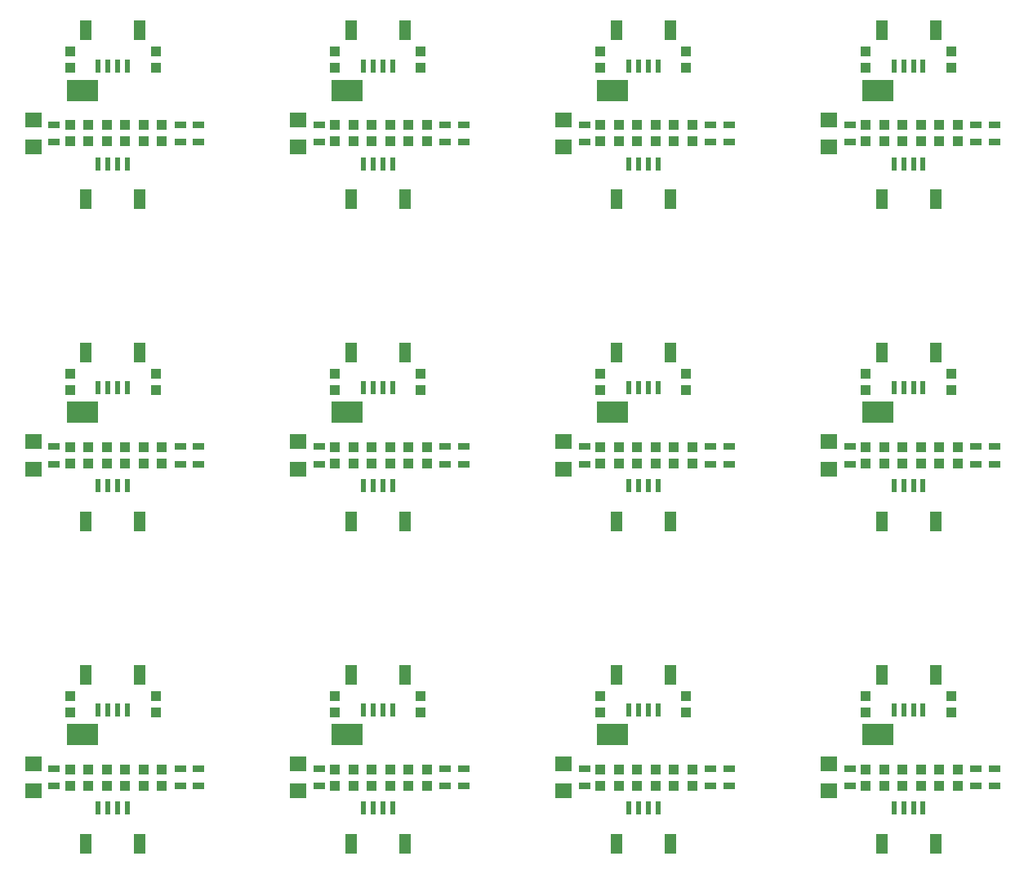
<source format=gtp>
G75*
%MOIN*%
%OFA0B0*%
%FSLAX25Y25*%
%IPPOS*%
%LPD*%
%AMOC8*
5,1,8,0,0,1.08239X$1,22.5*
%
%ADD10R,0.04724X0.03150*%
%ADD11R,0.03937X0.04331*%
%ADD12R,0.07087X0.06299*%
%ADD13R,0.04724X0.07874*%
%ADD14R,0.02362X0.05315*%
%ADD15R,0.13000X0.08800*%
D10*
X0031400Y0109293D03*
X0031400Y0116380D03*
X0082900Y0116380D03*
X0090400Y0116380D03*
X0090400Y0109293D03*
X0082900Y0109293D03*
X0139700Y0109293D03*
X0139700Y0116380D03*
X0191200Y0116380D03*
X0191200Y0109293D03*
X0198700Y0109293D03*
X0198700Y0116380D03*
X0248000Y0116380D03*
X0248000Y0109293D03*
X0299500Y0109293D03*
X0299500Y0116380D03*
X0307000Y0116380D03*
X0307000Y0109293D03*
X0356300Y0109293D03*
X0356300Y0116380D03*
X0407800Y0116380D03*
X0407800Y0109293D03*
X0415300Y0109293D03*
X0415300Y0116380D03*
X0415300Y0240893D03*
X0415300Y0247980D03*
X0407800Y0247980D03*
X0407800Y0240893D03*
X0356300Y0240893D03*
X0356300Y0247980D03*
X0307000Y0247980D03*
X0307000Y0240893D03*
X0299500Y0240893D03*
X0299500Y0247980D03*
X0248000Y0247980D03*
X0248000Y0240893D03*
X0198700Y0240893D03*
X0198700Y0247980D03*
X0191200Y0247980D03*
X0191200Y0240893D03*
X0139700Y0240893D03*
X0139700Y0247980D03*
X0090400Y0247980D03*
X0090400Y0240893D03*
X0082900Y0240893D03*
X0082900Y0247980D03*
X0031400Y0247980D03*
X0031400Y0240893D03*
X0031400Y0372493D03*
X0031400Y0379580D03*
X0082900Y0379580D03*
X0090400Y0379580D03*
X0090400Y0372493D03*
X0082900Y0372493D03*
X0139700Y0372493D03*
X0139700Y0379580D03*
X0191200Y0379580D03*
X0191200Y0372493D03*
X0198700Y0372493D03*
X0198700Y0379580D03*
X0248000Y0379580D03*
X0248000Y0372493D03*
X0299500Y0372493D03*
X0299500Y0379580D03*
X0307000Y0379580D03*
X0307000Y0372493D03*
X0356300Y0372493D03*
X0356300Y0379580D03*
X0407800Y0379580D03*
X0407800Y0372493D03*
X0415300Y0372493D03*
X0415300Y0379580D03*
D11*
X0400300Y0379383D03*
X0392800Y0379383D03*
X0392800Y0372690D03*
X0400300Y0372690D03*
X0385300Y0372690D03*
X0385300Y0379383D03*
X0377800Y0379383D03*
X0370300Y0379383D03*
X0370300Y0372690D03*
X0377800Y0372690D03*
X0362800Y0372690D03*
X0362800Y0379383D03*
X0362800Y0402690D03*
X0362800Y0409383D03*
X0397800Y0409383D03*
X0397800Y0402690D03*
X0292000Y0379383D03*
X0292000Y0372690D03*
X0284500Y0372690D03*
X0284500Y0379383D03*
X0277000Y0379383D03*
X0277000Y0372690D03*
X0269500Y0372690D03*
X0262000Y0372690D03*
X0262000Y0379383D03*
X0269500Y0379383D03*
X0254500Y0379383D03*
X0254500Y0372690D03*
X0254500Y0402690D03*
X0254500Y0409383D03*
X0289500Y0409383D03*
X0289500Y0402690D03*
X0183700Y0379383D03*
X0183700Y0372690D03*
X0176200Y0372690D03*
X0176200Y0379383D03*
X0168700Y0379383D03*
X0161200Y0379383D03*
X0161200Y0372690D03*
X0168700Y0372690D03*
X0153700Y0372690D03*
X0153700Y0379383D03*
X0146200Y0379383D03*
X0146200Y0372690D03*
X0146200Y0402690D03*
X0146200Y0409383D03*
X0181200Y0409383D03*
X0181200Y0402690D03*
X0075400Y0379383D03*
X0075400Y0372690D03*
X0067900Y0372690D03*
X0067900Y0379383D03*
X0060400Y0379383D03*
X0052900Y0379383D03*
X0052900Y0372690D03*
X0060400Y0372690D03*
X0045400Y0372690D03*
X0045400Y0379383D03*
X0037900Y0379383D03*
X0037900Y0372690D03*
X0037900Y0402690D03*
X0037900Y0409383D03*
X0072900Y0409383D03*
X0072900Y0402690D03*
X0072900Y0277783D03*
X0072900Y0271090D03*
X0075400Y0247783D03*
X0075400Y0241090D03*
X0067900Y0241090D03*
X0067900Y0247783D03*
X0060400Y0247783D03*
X0060400Y0241090D03*
X0052900Y0241090D03*
X0052900Y0247783D03*
X0045400Y0247783D03*
X0045400Y0241090D03*
X0037900Y0241090D03*
X0037900Y0247783D03*
X0037900Y0271090D03*
X0037900Y0277783D03*
X0146200Y0277783D03*
X0146200Y0271090D03*
X0146200Y0247783D03*
X0146200Y0241090D03*
X0153700Y0241090D03*
X0153700Y0247783D03*
X0161200Y0247783D03*
X0161200Y0241090D03*
X0168700Y0241090D03*
X0168700Y0247783D03*
X0176200Y0247783D03*
X0176200Y0241090D03*
X0183700Y0241090D03*
X0183700Y0247783D03*
X0181200Y0271090D03*
X0181200Y0277783D03*
X0254500Y0277783D03*
X0254500Y0271090D03*
X0254500Y0247783D03*
X0254500Y0241090D03*
X0262000Y0241090D03*
X0262000Y0247783D03*
X0269500Y0247783D03*
X0269500Y0241090D03*
X0277000Y0241090D03*
X0277000Y0247783D03*
X0284500Y0247783D03*
X0284500Y0241090D03*
X0292000Y0241090D03*
X0292000Y0247783D03*
X0289500Y0271090D03*
X0289500Y0277783D03*
X0362800Y0277783D03*
X0362800Y0271090D03*
X0362800Y0247783D03*
X0362800Y0241090D03*
X0370300Y0241090D03*
X0370300Y0247783D03*
X0377800Y0247783D03*
X0377800Y0241090D03*
X0385300Y0241090D03*
X0385300Y0247783D03*
X0392800Y0247783D03*
X0392800Y0241090D03*
X0400300Y0241090D03*
X0400300Y0247783D03*
X0397800Y0271090D03*
X0397800Y0277783D03*
X0397800Y0146183D03*
X0397800Y0139490D03*
X0400300Y0116183D03*
X0392800Y0116183D03*
X0392800Y0109490D03*
X0400300Y0109490D03*
X0385300Y0109490D03*
X0385300Y0116183D03*
X0377800Y0116183D03*
X0370300Y0116183D03*
X0370300Y0109490D03*
X0377800Y0109490D03*
X0362800Y0109490D03*
X0362800Y0116183D03*
X0362800Y0139490D03*
X0362800Y0146183D03*
X0292000Y0116183D03*
X0292000Y0109490D03*
X0284500Y0109490D03*
X0284500Y0116183D03*
X0277000Y0116183D03*
X0277000Y0109490D03*
X0269500Y0109490D03*
X0262000Y0109490D03*
X0262000Y0116183D03*
X0269500Y0116183D03*
X0254500Y0116183D03*
X0254500Y0109490D03*
X0254500Y0139490D03*
X0254500Y0146183D03*
X0289500Y0146183D03*
X0289500Y0139490D03*
X0183700Y0116183D03*
X0183700Y0109490D03*
X0176200Y0109490D03*
X0176200Y0116183D03*
X0168700Y0116183D03*
X0161200Y0116183D03*
X0161200Y0109490D03*
X0168700Y0109490D03*
X0153700Y0109490D03*
X0153700Y0116183D03*
X0146200Y0116183D03*
X0146200Y0109490D03*
X0146200Y0139490D03*
X0146200Y0146183D03*
X0181200Y0146183D03*
X0181200Y0139490D03*
X0075400Y0116183D03*
X0075400Y0109490D03*
X0067900Y0109490D03*
X0067900Y0116183D03*
X0060400Y0116183D03*
X0052900Y0116183D03*
X0052900Y0109490D03*
X0060400Y0109490D03*
X0045400Y0109490D03*
X0045400Y0116183D03*
X0037900Y0116183D03*
X0037900Y0109490D03*
X0037900Y0139490D03*
X0037900Y0146183D03*
X0072900Y0146183D03*
X0072900Y0139490D03*
D12*
X0022900Y0118348D03*
X0022900Y0107325D03*
X0131200Y0107325D03*
X0131200Y0118348D03*
X0239500Y0118348D03*
X0239500Y0107325D03*
X0347800Y0107325D03*
X0347800Y0118348D03*
X0347800Y0238925D03*
X0347800Y0249948D03*
X0239500Y0249948D03*
X0239500Y0238925D03*
X0131200Y0238925D03*
X0131200Y0249948D03*
X0022900Y0249948D03*
X0022900Y0238925D03*
X0022900Y0370525D03*
X0022900Y0381548D03*
X0131200Y0381548D03*
X0131200Y0370525D03*
X0239500Y0370525D03*
X0239500Y0381548D03*
X0347800Y0381548D03*
X0347800Y0370525D03*
D13*
X0044376Y0085868D03*
X0066424Y0085868D03*
X0066424Y0154805D03*
X0044376Y0154805D03*
X0044376Y0217468D03*
X0066424Y0217468D03*
X0066424Y0286405D03*
X0044376Y0286405D03*
X0044376Y0349068D03*
X0066424Y0349068D03*
X0066424Y0418005D03*
X0044376Y0418005D03*
X0152676Y0418005D03*
X0174724Y0418005D03*
X0174724Y0349068D03*
X0152676Y0349068D03*
X0152676Y0286405D03*
X0174724Y0286405D03*
X0174724Y0217468D03*
X0152676Y0217468D03*
X0152676Y0154805D03*
X0174724Y0154805D03*
X0174724Y0085868D03*
X0152676Y0085868D03*
X0260976Y0085868D03*
X0283024Y0085868D03*
X0283024Y0154805D03*
X0260976Y0154805D03*
X0260976Y0217468D03*
X0283024Y0217468D03*
X0283024Y0286405D03*
X0260976Y0286405D03*
X0260976Y0349068D03*
X0283024Y0349068D03*
X0283024Y0418005D03*
X0260976Y0418005D03*
X0369276Y0418005D03*
X0391324Y0418005D03*
X0391324Y0349068D03*
X0369276Y0349068D03*
X0369276Y0286405D03*
X0391324Y0286405D03*
X0391324Y0217468D03*
X0369276Y0217468D03*
X0369276Y0154805D03*
X0391324Y0154805D03*
X0391324Y0085868D03*
X0369276Y0085868D03*
D14*
X0374394Y0100337D03*
X0378331Y0100337D03*
X0382269Y0100337D03*
X0386206Y0100337D03*
X0386206Y0140337D03*
X0382269Y0140337D03*
X0378331Y0140337D03*
X0374394Y0140337D03*
X0374394Y0231937D03*
X0378331Y0231937D03*
X0382269Y0231937D03*
X0386206Y0231937D03*
X0386206Y0271937D03*
X0382269Y0271937D03*
X0378331Y0271937D03*
X0374394Y0271937D03*
X0374394Y0363537D03*
X0378331Y0363537D03*
X0382269Y0363537D03*
X0386206Y0363537D03*
X0386206Y0403537D03*
X0382269Y0403537D03*
X0378331Y0403537D03*
X0374394Y0403537D03*
X0277906Y0403537D03*
X0273969Y0403537D03*
X0270031Y0403537D03*
X0266094Y0403537D03*
X0266094Y0363537D03*
X0270031Y0363537D03*
X0273969Y0363537D03*
X0277906Y0363537D03*
X0277906Y0271937D03*
X0273969Y0271937D03*
X0270031Y0271937D03*
X0266094Y0271937D03*
X0266094Y0231937D03*
X0270031Y0231937D03*
X0273969Y0231937D03*
X0277906Y0231937D03*
X0277906Y0140337D03*
X0273969Y0140337D03*
X0270031Y0140337D03*
X0266094Y0140337D03*
X0266094Y0100337D03*
X0270031Y0100337D03*
X0273969Y0100337D03*
X0277906Y0100337D03*
X0169606Y0100337D03*
X0165669Y0100337D03*
X0161731Y0100337D03*
X0157794Y0100337D03*
X0157794Y0140337D03*
X0161731Y0140337D03*
X0165669Y0140337D03*
X0169606Y0140337D03*
X0169606Y0231937D03*
X0165669Y0231937D03*
X0161731Y0231937D03*
X0157794Y0231937D03*
X0157794Y0271937D03*
X0161731Y0271937D03*
X0165669Y0271937D03*
X0169606Y0271937D03*
X0169606Y0363537D03*
X0165669Y0363537D03*
X0161731Y0363537D03*
X0157794Y0363537D03*
X0157794Y0403537D03*
X0161731Y0403537D03*
X0165669Y0403537D03*
X0169606Y0403537D03*
X0061306Y0403537D03*
X0057369Y0403537D03*
X0053431Y0403537D03*
X0049494Y0403537D03*
X0049494Y0363537D03*
X0053431Y0363537D03*
X0057369Y0363537D03*
X0061306Y0363537D03*
X0061306Y0271937D03*
X0057369Y0271937D03*
X0053431Y0271937D03*
X0049494Y0271937D03*
X0049494Y0231937D03*
X0053431Y0231937D03*
X0057369Y0231937D03*
X0061306Y0231937D03*
X0061306Y0140337D03*
X0057369Y0140337D03*
X0053431Y0140337D03*
X0049494Y0140337D03*
X0049494Y0100337D03*
X0053431Y0100337D03*
X0057369Y0100337D03*
X0061306Y0100337D03*
D15*
X0042900Y0130337D03*
X0151200Y0130337D03*
X0259500Y0130337D03*
X0367800Y0130337D03*
X0367800Y0261937D03*
X0259500Y0261937D03*
X0151200Y0261937D03*
X0042900Y0261937D03*
X0042900Y0393537D03*
X0151200Y0393537D03*
X0259500Y0393537D03*
X0367800Y0393537D03*
M02*

</source>
